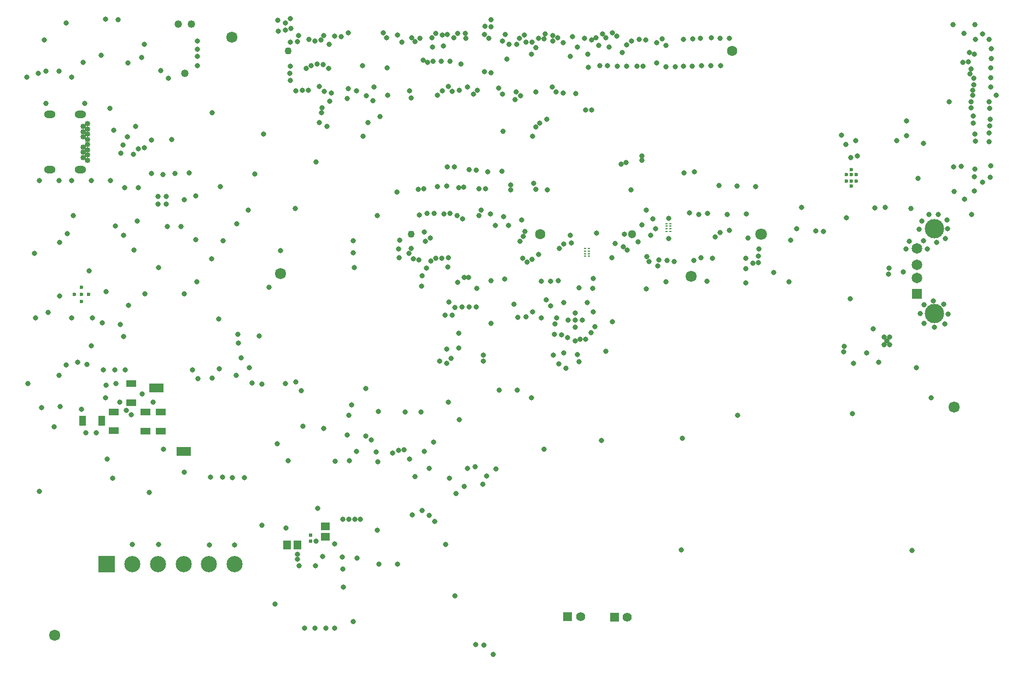
<source format=gbr>
%TF.GenerationSoftware,Altium Limited,Altium Designer,25.8.1 (18)*%
G04 Layer_Color=16711935*
%FSLAX45Y45*%
%MOMM*%
%TF.SameCoordinates,C91546C2-10F2-4142-A55A-9FF34A01A7B4*%
%TF.FilePolarity,Negative*%
%TF.FileFunction,Soldermask,Bot*%
%TF.Part,Single*%
G01*
G75*
%TA.AperFunction,SMDPad,CuDef*%
%ADD22R,1.60000X1.05000*%
%ADD25R,0.57247X0.61535*%
%ADD27R,1.05000X1.60000*%
%ADD29R,2.20000X1.40000*%
%ADD43R,1.45620X1.25464*%
%TA.AperFunction,ComponentPad*%
%ADD153C,2.50000*%
%ADD159C,1.10000*%
%ADD160C,1.60000*%
%ADD161R,2.50000X2.50000*%
%TA.AperFunction,WasherPad*%
%ADD162C,1.10000*%
%ADD163C,1.60000*%
%TA.AperFunction,ViaPad*%
%ADD164C,0.60000*%
%TA.AperFunction,SMDPad,CuDef*%
%ADD169R,1.25464X1.45620*%
%ADD170R,0.30000X0.17500*%
%TA.AperFunction,ComponentPad*%
%ADD216C,3.00000*%
%ADD217C,1.65000*%
%ADD218C,0.85000*%
%ADD219O,1.80000X1.20000*%
%ADD220C,1.19100*%
%ADD221R,1.40000X1.40000*%
%ADD222C,1.40000*%
%TA.AperFunction,WasherPad*%
%ADD223C,1.72400*%
%TA.AperFunction,ComponentPad*%
%ADD224R,1.65000X1.65000*%
%ADD225C,1.80000*%
%ADD226C,1.30000*%
%TA.AperFunction,ViaPad*%
%ADD227C,0.80320*%
D22*
X4320000Y6960000D02*
D03*
X4780000Y6222500D02*
D03*
X4538131Y6227211D02*
D03*
X4050000Y6230000D02*
D03*
X4780000Y6517500D02*
D03*
X4320000Y6665000D02*
D03*
X4538131Y6522211D02*
D03*
X4050000Y6525000D02*
D03*
D25*
X7097654Y4612640D02*
D03*
Y4526927D02*
D03*
D27*
X3567100Y6382660D02*
D03*
X3862100D02*
D03*
D29*
X5130000Y5910000D02*
D03*
X4710000Y6890000D02*
D03*
D43*
X7324487Y4752109D02*
D03*
Y4586953D02*
D03*
D153*
X5920000Y4170000D02*
D03*
X5524000D02*
D03*
X4336000D02*
D03*
X4732000D02*
D03*
X5128000D02*
D03*
D159*
X8650257Y9269600D02*
D03*
D160*
X10650257D02*
D03*
D161*
X3940000Y4170000D02*
D03*
D162*
X6747500Y12110000D02*
D03*
D163*
X13627499D02*
D03*
D164*
X15548640Y10197260D02*
D03*
Y10092260D02*
D03*
X15471140D02*
D03*
Y10197260D02*
D03*
Y10272260D02*
D03*
X15393640Y10092260D02*
D03*
Y10197260D02*
D03*
X15471140Y10017260D02*
D03*
X3545000Y8448750D02*
D03*
Y8338750D02*
D03*
X3655000D02*
D03*
X3545000Y8228750D02*
D03*
X3435000Y8338750D02*
D03*
D169*
X6730742Y4462930D02*
D03*
X6895898D02*
D03*
D170*
X12611100Y9317360D02*
D03*
Y9437360D02*
D03*
Y9357360D02*
D03*
Y9397360D02*
D03*
X12666100D02*
D03*
Y9437360D02*
D03*
Y9317360D02*
D03*
Y9357360D02*
D03*
X11350160Y8971600D02*
D03*
Y9011600D02*
D03*
Y9051600D02*
D03*
Y8931600D02*
D03*
X11405160Y8971600D02*
D03*
Y9011600D02*
D03*
Y9051600D02*
D03*
Y8931600D02*
D03*
D216*
X16756599Y9357000D02*
D03*
Y8043000D02*
D03*
D217*
X16485600Y9050000D02*
D03*
Y8800000D02*
D03*
Y8600000D02*
D03*
D218*
X3643000Y10980000D02*
D03*
Y10500000D02*
D03*
Y10900000D02*
D03*
Y10420000D02*
D03*
Y10740000D02*
D03*
Y10660000D02*
D03*
X3573000Y10780000D02*
D03*
Y10620000D02*
D03*
Y10860000D02*
D03*
Y10940000D02*
D03*
Y10460000D02*
D03*
Y10540000D02*
D03*
X3643000Y10580000D02*
D03*
Y10820000D02*
D03*
D219*
X3528000Y11127000D02*
D03*
Y10273000D02*
D03*
X3055000Y11127000D02*
D03*
Y10273000D02*
D03*
D220*
X5049915Y12524212D02*
D03*
X5252915D02*
D03*
X5151415Y11762212D02*
D03*
D221*
X11078540Y3351420D02*
D03*
X11799900Y3343800D02*
D03*
D222*
X11278540Y3351420D02*
D03*
X11999900Y3343800D02*
D03*
D223*
X6631940Y8661400D02*
D03*
X12992101Y8620760D02*
D03*
X5880000Y12320000D02*
D03*
X3130000Y3070000D02*
D03*
X17060001Y6600000D02*
D03*
D224*
X16485600Y8350000D02*
D03*
D225*
X14070760Y9275910D02*
D03*
D226*
X12070759D02*
D03*
D227*
X15534641Y10721340D02*
D03*
X15565120Y10482580D02*
D03*
X15460980Y10457180D02*
D03*
X12070080Y12263120D02*
D03*
X17368520Y11689080D02*
D03*
X17604739Y11318240D02*
D03*
X17612360Y11216640D02*
D03*
X17325340Y11323320D02*
D03*
X16984979Y11318240D02*
D03*
X17325340Y11229340D02*
D03*
X14038580Y9047480D02*
D03*
X14033501Y8935720D02*
D03*
X12171680Y9151620D02*
D03*
X11938000Y9080500D02*
D03*
X11998960Y9027160D02*
D03*
X14033501Y8829040D02*
D03*
X13949680Y8823960D02*
D03*
X12298680Y8430260D02*
D03*
X11254740Y8440420D02*
D03*
X11463020Y8432800D02*
D03*
X15707359Y7437120D02*
D03*
X15892780Y7294880D02*
D03*
X10528300Y8884920D02*
D03*
X10378440Y8902700D02*
D03*
X10452100Y8844280D02*
D03*
X9230360Y8910320D02*
D03*
X9131300Y8897620D02*
D03*
X9034780Y8900160D02*
D03*
X8956040Y8854440D02*
D03*
X10815320Y8542020D02*
D03*
X10673080D02*
D03*
X9672320Y8437880D02*
D03*
X8950960Y9212580D02*
D03*
X8875257Y9167119D02*
D03*
X8656320Y9055100D02*
D03*
X8623300Y8973820D02*
D03*
X8890000Y8745220D02*
D03*
X8770620Y8874760D02*
D03*
X8684260Y8892540D02*
D03*
X5140000Y8350000D02*
D03*
X6300000Y7700000D02*
D03*
X3870000Y7900000D02*
D03*
X6020000Y7360000D02*
D03*
X6150000Y7210000D02*
D03*
X6069788Y5505334D02*
D03*
X4660000Y6670000D02*
D03*
X5729230Y5510378D02*
D03*
X5889789Y5505334D02*
D03*
X5549230Y5510378D02*
D03*
X3220000Y6610000D02*
D03*
X3780000Y6200000D02*
D03*
X17195799Y11935460D02*
D03*
X11671300Y12313920D02*
D03*
X11991340Y12202160D02*
D03*
X17365981Y11584940D02*
D03*
X16393159Y9674860D02*
D03*
X15994380Y9687560D02*
D03*
X15831821Y9677400D02*
D03*
X16327119Y11026140D02*
D03*
X16174220Y10716852D02*
D03*
X16322040Y10800080D02*
D03*
X15320454Y10808056D02*
D03*
X15382240Y10665460D02*
D03*
X17602200Y12288520D02*
D03*
X17498061Y12369800D02*
D03*
X17635220Y12141200D02*
D03*
X17383760Y12517120D02*
D03*
X17048480Y12512040D02*
D03*
X17211040Y12382500D02*
D03*
X17388840Y12291060D02*
D03*
X17637241Y11994400D02*
D03*
X17632680Y11844020D02*
D03*
Y11696700D02*
D03*
X17711420Y11422380D02*
D03*
X17632680Y11546840D02*
D03*
X17621519Y11050000D02*
D03*
X17354649Y11098630D02*
D03*
X13578841Y12306300D02*
D03*
X13439140D02*
D03*
X13304520Y12316460D02*
D03*
X13131799Y12303760D02*
D03*
X13017500Y12296140D02*
D03*
X12870180Y12291060D02*
D03*
X13449300Y11884660D02*
D03*
X13296899Y11882120D02*
D03*
X13147040Y11879580D02*
D03*
X13007339Y11871960D02*
D03*
X12872720Y11869420D02*
D03*
X12745720Y11866880D02*
D03*
X17609821Y10949940D02*
D03*
X17607280Y10843260D02*
D03*
X17383760Y10820400D02*
D03*
X17355820Y10995660D02*
D03*
X17607280Y10706100D02*
D03*
X17630141Y10330180D02*
D03*
X17619980Y10157460D02*
D03*
X17503140Y10078720D02*
D03*
X17388840Y10708640D02*
D03*
X17383760Y10276840D02*
D03*
X17051019Y10317480D02*
D03*
X17373599Y10160000D02*
D03*
X16583659Y10680700D02*
D03*
X16504919Y10134600D02*
D03*
X13990320Y10012680D02*
D03*
X13423900Y10022840D02*
D03*
X13698219Y10015220D02*
D03*
X12542520Y12296140D02*
D03*
X12283440Y12278360D02*
D03*
X12184380Y12288520D02*
D03*
X10927080Y12316460D02*
D03*
X11341100Y12303760D02*
D03*
X9890760Y12593320D02*
D03*
X10727992Y12369800D02*
D03*
X10403840Y12357100D02*
D03*
X9794240Y12491720D02*
D03*
X9888220Y12484100D02*
D03*
X12600940Y12194540D02*
D03*
X12456160Y12240260D02*
D03*
X11920220Y12085320D02*
D03*
X12458700Y11925300D02*
D03*
X11559540Y12197080D02*
D03*
X11717020Y12169140D02*
D03*
X12603480Y11864340D02*
D03*
X12148820Y11871960D02*
D03*
X11993880D02*
D03*
X12247880D02*
D03*
X11844020D02*
D03*
X11697080Y11879200D02*
D03*
X11577320Y11877040D02*
D03*
X10586720Y12161520D02*
D03*
X10170160Y12214860D02*
D03*
X10139680Y11978640D02*
D03*
X11394680Y11856480D02*
D03*
X9886710Y11774800D02*
D03*
X9786620Y11786570D02*
D03*
X9420577Y11902448D02*
D03*
X10840720Y11551920D02*
D03*
X10345420Y11414760D02*
D03*
X10548620Y10060940D02*
D03*
X17371060Y9939020D02*
D03*
X17061180Y9936480D02*
D03*
X17330420Y9575800D02*
D03*
X17218660Y9817100D02*
D03*
X16814799Y9575800D02*
D03*
X16675101D02*
D03*
X16954500Y9497060D02*
D03*
X16957040Y9359900D02*
D03*
X16924020Y9202420D02*
D03*
X16560800Y9476740D02*
D03*
X16517619Y9347200D02*
D03*
X14696440Y9690100D02*
D03*
X12298680Y9644380D02*
D03*
X15389861Y9530080D02*
D03*
X13845760Y9583639D02*
D03*
X14620239Y9354820D02*
D03*
X13873480Y9210040D02*
D03*
X14528799Y9182100D02*
D03*
X13245760Y9591381D02*
D03*
X12962579Y9602780D02*
D03*
X13104890Y9579851D02*
D03*
X13545760Y9575861D02*
D03*
X12639040Y9204960D02*
D03*
X16903700Y8188960D02*
D03*
X16789400Y9146540D02*
D03*
X16736060Y8237220D02*
D03*
X16583659Y9169728D02*
D03*
X16644620Y9047480D02*
D03*
X16593820Y8183880D02*
D03*
X16967200Y8039100D02*
D03*
X16540480Y8041640D02*
D03*
X16596359Y7891780D02*
D03*
X16918941Y7881620D02*
D03*
X16758920Y7835900D02*
D03*
X16705580Y6743700D02*
D03*
X16367760Y9166860D02*
D03*
X16316960Y9047480D02*
D03*
X16273779Y8689340D02*
D03*
X15811501Y7810500D02*
D03*
X14505940Y8536940D02*
D03*
X15450819Y8270240D02*
D03*
X13837920Y8742680D02*
D03*
X13835381Y8900160D02*
D03*
X14269720Y8679180D02*
D03*
X13837920Y8521700D02*
D03*
X13233400Y8547100D02*
D03*
X12600940Y8539480D02*
D03*
X16064999Y7680000D02*
D03*
X16020000Y7620000D02*
D03*
X15975000Y7560000D02*
D03*
Y7680000D02*
D03*
X16474440Y7208520D02*
D03*
X16064999Y7560000D02*
D03*
X16405859Y4381500D02*
D03*
X15506700Y7277100D02*
D03*
X15483839Y6494780D02*
D03*
X13710921Y6471920D02*
D03*
X12854939Y6113780D02*
D03*
X12834621Y4386580D02*
D03*
X12054840Y9956800D02*
D03*
X11958320Y9276080D02*
D03*
X10764520Y9961880D02*
D03*
X11526520Y9293860D02*
D03*
X11811000Y9131300D02*
D03*
X11765280Y8907780D02*
D03*
X10929620Y8554720D02*
D03*
X10584180Y9964420D02*
D03*
X10629900Y8956040D02*
D03*
X11193780Y8055120D02*
D03*
X11083780Y7945120D02*
D03*
X11303780D02*
D03*
X11193780D02*
D03*
X10906760Y7975600D02*
D03*
X10815320Y8161020D02*
D03*
X10667700Y7980680D02*
D03*
X9741061Y9646920D02*
D03*
X10086340Y9547860D02*
D03*
X9448800Y9509760D02*
D03*
X10246360Y8186420D02*
D03*
X10307320Y7988300D02*
D03*
X10102880Y8574978D02*
D03*
X9377680Y8529320D02*
D03*
X9662160Y8148320D02*
D03*
X11772900Y7919720D02*
D03*
X11193780Y7835120D02*
D03*
X11194308Y7623344D02*
D03*
X10876280Y7721600D02*
D03*
X11671300Y7457440D02*
D03*
X11600180Y6083300D02*
D03*
X11249660Y7297420D02*
D03*
X11224260Y7411720D02*
D03*
X10858500Y7401560D02*
D03*
X10711180Y5943600D02*
D03*
X9890760Y7889240D02*
D03*
X10297160Y6863080D02*
D03*
X10020300Y6858000D02*
D03*
X9390000Y7510000D02*
D03*
X9770000Y7310000D02*
D03*
X9966960Y5638800D02*
D03*
X9926320Y2771140D02*
D03*
X9761220Y5402580D02*
D03*
X9784080Y2918460D02*
D03*
X9370480Y12382360D02*
D03*
X8219440Y12387580D02*
D03*
X7680960D02*
D03*
X9311640Y12313920D02*
D03*
X9255760Y11945620D02*
D03*
X9156700Y12184380D02*
D03*
X9123680Y11948160D02*
D03*
X8981740Y12166600D02*
D03*
X8272780Y12311380D02*
D03*
X8996680Y11948160D02*
D03*
X8280400Y11849100D02*
D03*
X7302500Y12350000D02*
D03*
X7569200Y12329160D02*
D03*
X6591300Y12580620D02*
D03*
X6593840Y12412980D02*
D03*
X7294880Y11899900D02*
D03*
X7256780Y12278360D02*
D03*
X7160260Y12260580D02*
D03*
X7195820Y11907520D02*
D03*
X7373620Y11841480D02*
D03*
X7105000Y11885000D02*
D03*
X7068820Y12288520D02*
D03*
X6786880Y12247880D02*
D03*
X7025640Y11841480D02*
D03*
X8432800Y9923780D02*
D03*
X9253220Y9591040D02*
D03*
X9161415Y9586162D02*
D03*
X9364980Y9558020D02*
D03*
X9222740Y8768080D02*
D03*
X9006840Y9598660D02*
D03*
X8897620Y9596120D02*
D03*
X8854440Y9309100D02*
D03*
X9329420Y8140700D02*
D03*
X9235440Y8227060D02*
D03*
X8826500Y8628380D02*
D03*
X8780780Y9570720D02*
D03*
X8473440Y9182100D02*
D03*
X8125460Y9558020D02*
D03*
X8458200Y9044940D02*
D03*
X8813800Y8468360D02*
D03*
X8465820Y8905240D02*
D03*
X7180580Y10391140D02*
D03*
X6370320Y10820400D02*
D03*
X6235700Y10208260D02*
D03*
X5700000Y10010000D02*
D03*
X7759700Y9174480D02*
D03*
X7757160Y8981440D02*
D03*
X6858000Y9672320D02*
D03*
X6129020Y9641840D02*
D03*
X6631940Y9019540D02*
D03*
X7774940Y8760460D02*
D03*
X6455697Y8450348D02*
D03*
X5737860Y9169400D02*
D03*
X5560060Y8890000D02*
D03*
X5670000Y7960000D02*
D03*
X5341620Y12263120D02*
D03*
X4780280Y11803380D02*
D03*
X4523740Y12209780D02*
D03*
X4478020Y12009120D02*
D03*
X4114800Y12595860D02*
D03*
X3919220Y12600940D02*
D03*
X3990000Y11220000D02*
D03*
X4950000Y10740000D02*
D03*
X4390000Y10940000D02*
D03*
X4350000Y10510000D02*
D03*
X3310000Y12540000D02*
D03*
X3600000Y11300000D02*
D03*
X3000000Y11800000D02*
D03*
Y11300000D02*
D03*
X2970000Y12280000D02*
D03*
X4860000Y9860000D02*
D03*
X4810000Y10200000D02*
D03*
X5140000Y9810000D02*
D03*
X4860000Y9740000D02*
D03*
X4730000Y9860000D02*
D03*
X4000000Y10100000D02*
D03*
X4730000Y9740000D02*
D03*
X4410000Y9480000D02*
D03*
X4740000Y8760000D02*
D03*
X5331460Y8539480D02*
D03*
X3700000Y10100000D02*
D03*
X3400000D02*
D03*
X3200000D02*
D03*
X2900000D02*
D03*
X2820000Y8980000D02*
D03*
X3670000Y8710000D02*
D03*
X3720000Y7980000D02*
D03*
X3400000D02*
D03*
X2840000D02*
D03*
X9271000Y7348220D02*
D03*
X9204960Y7498080D02*
D03*
X9207500Y7272020D02*
D03*
X9230000Y6670000D02*
D03*
X8999220Y6052820D02*
D03*
X8860932Y5909168D02*
D03*
X8544560Y5935980D02*
D03*
X8455660Y5930900D02*
D03*
X8370000Y5890000D02*
D03*
X7955280Y6883400D02*
D03*
X8150000Y6530000D02*
D03*
X7690000Y6470000D02*
D03*
X6950000Y6850000D02*
D03*
X8110000Y5905078D02*
D03*
X7810000Y5909801D02*
D03*
X7299960Y6263640D02*
D03*
X6980000Y6300000D02*
D03*
X9352280Y5257800D02*
D03*
X8930000Y5650000D02*
D03*
X8820000Y5000000D02*
D03*
X9020000Y4830000D02*
D03*
X8140700Y5748020D02*
D03*
X9184640Y4475480D02*
D03*
X9334500Y3675380D02*
D03*
X8440000Y4170000D02*
D03*
X7820000Y4260000D02*
D03*
X8158480Y4170680D02*
D03*
X7754600Y3276320D02*
D03*
X7700000Y5767301D02*
D03*
X7480000Y5760000D02*
D03*
X7210000Y5030000D02*
D03*
X7588560Y4279777D02*
D03*
X7593224Y4091629D02*
D03*
X7607300Y3812540D02*
D03*
X7278750Y4285000D02*
D03*
X7168750Y4142500D02*
D03*
X5970000Y7720000D02*
D03*
X5680000Y7192500D02*
D03*
X6868160Y6985000D02*
D03*
X6710680Y6962140D02*
D03*
X6339840Y6949440D02*
D03*
X5946440Y7090000D02*
D03*
X6190000Y6970000D02*
D03*
X4230000Y7170000D02*
D03*
X4151303Y7878697D02*
D03*
X5570000Y7050000D02*
D03*
X5350000Y7040000D02*
D03*
X3929380Y6934200D02*
D03*
X3200000Y7090000D02*
D03*
X6750000Y5770000D02*
D03*
X5137500Y5592500D02*
D03*
X4820000Y5950000D02*
D03*
X6718300Y4726940D02*
D03*
X6342380Y4767580D02*
D03*
X5920000Y4460000D02*
D03*
X6920000Y4140000D02*
D03*
X6550000Y3550000D02*
D03*
X5530000Y4460000D02*
D03*
X4490000Y6800000D02*
D03*
X4318442Y6480000D02*
D03*
X4239260Y6550660D02*
D03*
X2930000Y6590000D02*
D03*
X4599940Y5275580D02*
D03*
X3620000Y6200000D02*
D03*
X2900680Y5295900D02*
D03*
X17350740Y11503660D02*
D03*
X10894060Y11478260D02*
D03*
X17170399Y10320020D02*
D03*
X7467600Y4480560D02*
D03*
X7470000Y3180000D02*
D03*
X7330000D02*
D03*
X7000000D02*
D03*
X7160000D02*
D03*
X17282159Y11938014D02*
D03*
X11617960Y12372340D02*
D03*
X17300342Y12083182D02*
D03*
X11516360Y12316460D02*
D03*
X11833860Y12339320D02*
D03*
X17322800Y11831320D02*
D03*
X17345660Y11424920D02*
D03*
X11005820Y11455400D02*
D03*
X17375259Y12059960D02*
D03*
X11445240Y12278360D02*
D03*
X11772914Y12387580D02*
D03*
X17310100Y11757660D02*
D03*
X12877800Y10218460D02*
D03*
X13037820Y10238740D02*
D03*
X10327640Y12303760D02*
D03*
X10284460Y12214860D02*
D03*
X6703060Y12430940D02*
D03*
X8785860Y12303760D02*
D03*
X8977308Y12314868D02*
D03*
X9032240Y12377420D02*
D03*
X9210894Y12366489D02*
D03*
X9138524Y12351878D02*
D03*
X9395460Y11501120D02*
D03*
X7734300Y6631940D02*
D03*
X6913880Y12349480D02*
D03*
X6890000Y12257500D02*
D03*
X7660000Y6170000D02*
D03*
X7180000Y4520000D02*
D03*
X6970000Y11500000D02*
D03*
X7060000D02*
D03*
X6890000Y4320000D02*
D03*
Y4240000D02*
D03*
X6791960Y12458700D02*
D03*
X6780000Y12610000D02*
D03*
X6779260Y11869420D02*
D03*
X6870000Y11490000D02*
D03*
X6776720Y11762740D02*
D03*
X6781800Y11648440D02*
D03*
X6702805Y12542814D02*
D03*
X6578600Y6029960D02*
D03*
X5270000Y7170000D02*
D03*
X4140000Y6670000D02*
D03*
X11231444Y12170573D02*
D03*
X9544575Y8604541D02*
D03*
X9471660Y8608060D02*
D03*
X7231157Y11558657D02*
D03*
X9768840Y7404100D02*
D03*
X9098280Y7305040D02*
D03*
X9060721Y10010681D02*
D03*
X9204960Y10020300D02*
D03*
X10195560Y10038080D02*
D03*
X10198100Y9959340D02*
D03*
X10342880Y9166860D02*
D03*
X10391874Y9237067D02*
D03*
X12228447Y10412417D02*
D03*
X12227560Y10487000D02*
D03*
X10848340Y12260580D02*
D03*
X10711180Y12298051D02*
D03*
X10845800Y12346940D02*
D03*
X11902440Y10360660D02*
D03*
X11983720Y10383520D02*
D03*
X10982960Y7719060D02*
D03*
X3924300Y6741160D02*
D03*
X13141960Y8912860D02*
D03*
X13027660Y8869680D02*
D03*
X12468860Y8780780D02*
D03*
X12613640Y8867140D02*
D03*
X7274560Y11231880D02*
D03*
X9390380Y9992360D02*
D03*
X9469120Y9997440D02*
D03*
X10114280Y12359640D02*
D03*
X10068560Y12263120D02*
D03*
X9062720Y11427460D02*
D03*
X9212580Y10317480D02*
D03*
X9324340D02*
D03*
X9674860Y11501120D02*
D03*
X9622502Y11440418D02*
D03*
X10010140Y11531600D02*
D03*
X9555480Y10269220D02*
D03*
X10066388Y11438839D02*
D03*
X9659620Y10266680D02*
D03*
X9841782Y10235342D02*
D03*
X10058470Y10243996D02*
D03*
X16047720Y8651240D02*
D03*
X16055341Y8750300D02*
D03*
X11150600Y12329160D02*
D03*
X11010900Y12235180D02*
D03*
X11445240Y11191240D02*
D03*
X11356340Y11193780D02*
D03*
X9135780Y11492022D02*
D03*
X10647680Y10995660D02*
D03*
X10586720Y10929620D02*
D03*
X10629900Y12301220D02*
D03*
X9438640Y8145780D02*
D03*
X9550400Y8143240D02*
D03*
X10434320Y12245340D02*
D03*
X10528300D02*
D03*
X10584180Y11473180D02*
D03*
X9804400Y9974580D02*
D03*
X9232900Y11557000D02*
D03*
X9789160Y12362180D02*
D03*
X9494520Y12382500D02*
D03*
X8760460Y9966960D02*
D03*
X9857740Y12303760D02*
D03*
X9497060Y12301220D02*
D03*
X8846820Y9972040D02*
D03*
X9700260D02*
D03*
X9291320Y11483340D02*
D03*
X8656320Y11384280D02*
D03*
X8630920Y11493500D02*
D03*
X9700260Y9563100D02*
D03*
X8839200Y11968480D02*
D03*
X10266680Y11356340D02*
D03*
X10279380Y11478260D02*
D03*
X9525000Y11554460D02*
D03*
X10751820Y11049000D02*
D03*
X8625840Y5791200D02*
D03*
X15036800Y9316720D02*
D03*
X14917419Y9326880D02*
D03*
X9883140Y9583420D02*
D03*
X8910320Y11930380D02*
D03*
X11476763Y8585995D02*
D03*
X13322301Y8902700D02*
D03*
X9961880Y9405620D02*
D03*
X15354300Y7454900D02*
D03*
X11013440Y8214360D02*
D03*
X9893300Y8552180D02*
D03*
X8660302Y12315155D02*
D03*
X8440420Y12352020D02*
D03*
X7233920Y10998200D02*
D03*
X8077200Y11554460D02*
D03*
X5570220Y11153140D02*
D03*
X7899400Y11877040D02*
D03*
X4894580Y11689080D02*
D03*
X5346700Y12136120D02*
D03*
X7305000Y11480000D02*
D03*
X3853180Y12040769D02*
D03*
X5344160Y11877401D02*
D03*
X8710000Y5520000D02*
D03*
X9248140Y5496560D02*
D03*
X9819640Y5529580D02*
D03*
X5341620Y12026900D02*
D03*
X7417500Y11455000D02*
D03*
X10076180Y10861040D02*
D03*
X7907020Y10784840D02*
D03*
X7983220Y10998200D02*
D03*
X8168640Y11094720D02*
D03*
X10416540Y9319260D02*
D03*
X10363200Y9489440D02*
D03*
X10952480Y9050020D02*
D03*
X11014660Y9122460D02*
D03*
X11135360Y9133840D02*
D03*
X11115040Y9255760D02*
D03*
X7348220Y10939780D02*
D03*
X8061960Y11338560D02*
D03*
X7957820Y11417300D02*
D03*
X7807960Y11490960D02*
D03*
X7680960Y11529060D02*
D03*
X12336545Y8851654D02*
D03*
X12488780Y8877300D02*
D03*
X12305570Y8923240D02*
D03*
X12364720Y9258300D02*
D03*
X12400280Y9507220D02*
D03*
X10530840Y10784840D02*
D03*
X13439140Y9298940D02*
D03*
X13583920Y9331960D02*
D03*
X13360400Y9227820D02*
D03*
X10160000Y9408160D02*
D03*
X8716940Y12252960D02*
D03*
X12644120Y9517380D02*
D03*
X11120120Y12021820D02*
D03*
X12438380Y9354820D02*
D03*
X12727940Y8851900D02*
D03*
X12230100Y9415780D02*
D03*
X8514080Y12242800D02*
D03*
X7380000Y12210000D02*
D03*
X5980000Y7590000D02*
D03*
X8130617Y4690000D02*
D03*
X9400000Y6400000D02*
D03*
X11206480Y11445240D02*
D03*
X4220000Y9990000D02*
D03*
X7390000Y11330000D02*
D03*
X9530080Y5646420D02*
D03*
X7660640Y11369040D02*
D03*
X9646920Y5671820D02*
D03*
X8293100Y11424920D02*
D03*
X7472680Y12341860D02*
D03*
X7266940Y11155680D02*
D03*
X10520680Y12054840D02*
D03*
X11389360D02*
D03*
X9387840Y7744460D02*
D03*
X4430000Y9990000D02*
D03*
X4267200Y11922760D02*
D03*
X11384280Y8211820D02*
D03*
X11498580Y7840980D02*
D03*
X10878820Y7881620D02*
D03*
X10530840Y8072120D02*
D03*
X10429240Y7995920D02*
D03*
X15356841Y7538720D02*
D03*
X11018520Y7434580D02*
D03*
X10942320Y7264400D02*
D03*
X10515600Y6741160D02*
D03*
X9657080Y2926080D02*
D03*
X9286240Y8018780D02*
D03*
X9179560Y8023860D02*
D03*
X8810000Y6520000D02*
D03*
X8560000D02*
D03*
X9474200Y5372100D02*
D03*
X8930000Y4920000D02*
D03*
X8670000Y4930000D02*
D03*
X8040000Y6090000D02*
D03*
X7950000Y6150000D02*
D03*
X7870000Y4860000D02*
D03*
X7780000D02*
D03*
X7690000D02*
D03*
X7600000D02*
D03*
X2704680Y11700000D02*
D03*
X2720000Y6960000D02*
D03*
X11269550Y7649355D02*
D03*
X11440160Y7752080D02*
D03*
X11470640Y8069580D02*
D03*
X11046460Y7200900D02*
D03*
X10746740Y8255000D02*
D03*
X11076940Y7675880D02*
D03*
X11351260Y7650480D02*
D03*
X4030000Y5500000D02*
D03*
X4740000Y4470000D02*
D03*
X4340000D02*
D03*
X3950000Y5790000D02*
D03*
X3570000Y11930000D02*
D03*
X4160000Y10530000D02*
D03*
X4050000Y10880000D02*
D03*
X5220000Y10220000D02*
D03*
X5950000Y9430000D02*
D03*
X3330000Y9280000D02*
D03*
X2880000Y11760000D02*
D03*
X3630000Y7260000D02*
D03*
X3550000Y6560000D02*
D03*
X3890000Y7170000D02*
D03*
X3128540Y6289600D02*
D03*
X3490000Y7290000D02*
D03*
X4080000Y6960000D02*
D03*
X4066900Y7173100D02*
D03*
X4190000Y10650000D02*
D03*
X4430000Y10590000D02*
D03*
X3420000Y9560000D02*
D03*
X3700000Y7550000D02*
D03*
X3310000Y7250000D02*
D03*
X4360000Y9030000D02*
D03*
X4530000Y8350000D02*
D03*
X3930000Y8380000D02*
D03*
X4200000Y7690000D02*
D03*
X4280000Y8170000D02*
D03*
X3030000Y8060000D02*
D03*
X3210000Y8320000D02*
D03*
Y9150000D02*
D03*
X4070000Y9400000D02*
D03*
X5320000Y9190000D02*
D03*
X4200000Y9260000D02*
D03*
X5320000Y9870000D02*
D03*
X4880000Y9390000D02*
D03*
X5090000D02*
D03*
X5000000Y10210000D02*
D03*
X4630000D02*
D03*
X4520000Y10610000D02*
D03*
X4630000Y10730000D02*
D03*
X4260000Y10780000D02*
D03*
X3400000Y11700000D02*
D03*
X3200000Y11800000D02*
D03*
%TF.MD5,d3f99d80821760f27bd301b29a759443*%
M02*

</source>
